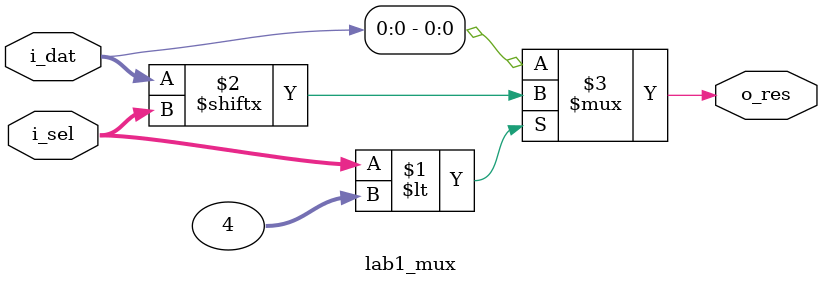
<source format=sv>
`timescale 1ns / 1ps

module lab1_mux #(
	parameter int G_DAT_WIDTH = 4,
	parameter int G_SEL_WIDTH = $ceil($clog2(G_DAT_WIDTH))
) (
	input  wire  [G_DAT_WIDTH-1:0] i_dat,
	input  wire  [G_SEL_WIDTH-1:0] i_sel,
	output logic                   o_res
);

// reverse order: direct approach
	assign o_res = (i_sel < G_DAT_WIDTH) ? i_dat[i_sel] : i_dat[0];
//	assign o_res = i_dat[G_DAT_WIDTH - i_sel - 1];

//// Gray code order: using "if-else-if"
//	always_comb
////		if (i_sel == 0)
////			o_res = i_dat[0];
////		else if (i_sel == 1)
//		if (i_sel == 1)
//			o_res = i_dat[1];
//		else if (i_sel == 2)
//			o_res = i_dat[3];
//		else if (i_sel == 3)
//			o_res = i_dat[2];
//		else
//			o_res = i_dat[0];
			

endmodule : lab1_mux

</source>
